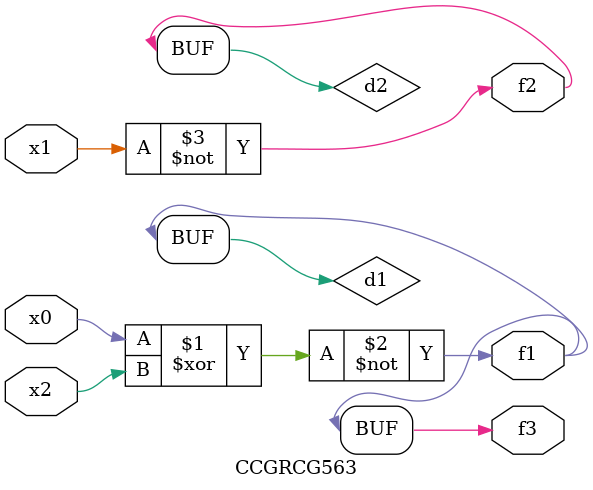
<source format=v>
module CCGRCG563(
	input x0, x1, x2,
	output f1, f2, f3
);

	wire d1, d2, d3;

	xnor (d1, x0, x2);
	nand (d2, x1);
	nor (d3, x1, x2);
	assign f1 = d1;
	assign f2 = d2;
	assign f3 = d1;
endmodule

</source>
